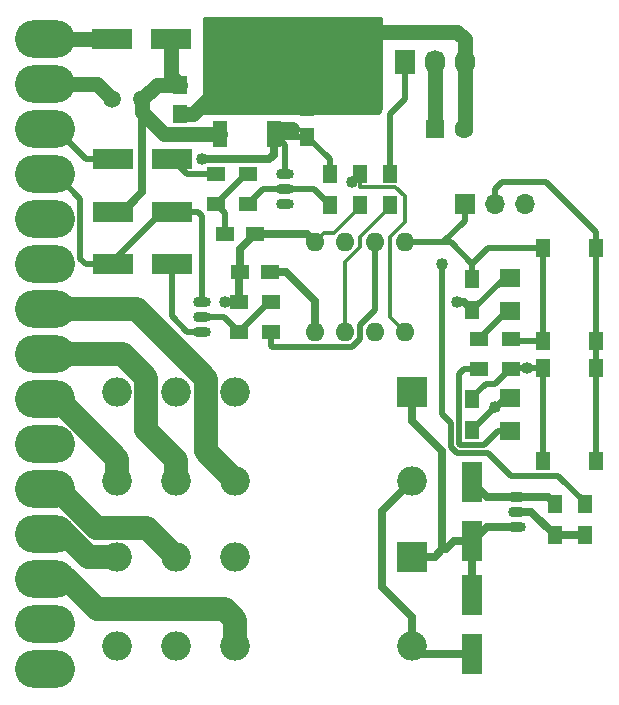
<source format=gbr>
G04 #@! TF.GenerationSoftware,KiCad,Pcbnew,(5.99.0-218-g4a79b08ca)*
G04 #@! TF.CreationDate,2019-10-24T17:32:44-07:00*
G04 #@! TF.ProjectId,RCSMCtrl,5243534d-4374-4726-9c2e-6b696361645f,NC*
G04 #@! TF.SameCoordinates,Original*
G04 #@! TF.FileFunction,Copper,L1,Top*
G04 #@! TF.FilePolarity,Positive*
%FSLAX46Y46*%
G04 Gerber Fmt 4.6, Leading zero omitted, Abs format (unit mm)*
G04 Created by KiCad (PCBNEW (5.99.0-218-g4a79b08ca)) date 2019-10-24 17:32:44*
%MOMM*%
%LPD*%
G04 APERTURE LIST*
%ADD10R,1.250000X1.500000*%
%ADD11O,1.700000X1.700000*%
%ADD12R,1.700000X1.700000*%
%ADD13C,1.600000*%
%ADD14R,1.600000X1.600000*%
%ADD15R,2.500000X2.500000*%
%ADD16O,2.500000X2.500000*%
%ADD17O,5.080000X3.175000*%
%ADD18R,1.500000X1.250000*%
%ADD19C,1.501140*%
%ADD20R,1.800860X3.500120*%
%ADD21R,3.500120X1.800860*%
%ADD22R,1.800860X1.597660*%
%ADD23O,1.600000X1.600000*%
%ADD24R,1.727200X2.032000*%
%ADD25O,1.727200X2.032000*%
%ADD26O,1.501140X0.899160*%
%ADD27R,1.300000X1.500000*%
%ADD28R,1.500000X1.300000*%
%ADD29R,1.300000X1.550000*%
%ADD30R,2.750000X3.050000*%
%ADD31R,5.800000X6.400000*%
%ADD32R,1.200000X2.200000*%
%ADD33C,1.016000*%
%ADD34C,0.508000*%
%ADD35C,1.270000*%
%ADD36C,0.635000*%
%ADD37C,0.304800*%
%ADD38C,2.032000*%
%ADD39C,0.254000*%
G04 APERTURE END LIST*
D10*
X112395000Y-57765000D03*
X112395000Y-55265000D03*
D11*
X141605000Y-65405000D03*
X139065000Y-65405000D03*
D12*
X136525000Y-65405000D03*
D13*
X136485000Y-59055000D03*
D14*
X133985000Y-59055000D03*
D15*
X132080000Y-81280000D03*
D16*
X117080000Y-81280000D03*
X112080000Y-81280000D03*
X107080000Y-81280000D03*
X107080000Y-88780000D03*
X112080000Y-88780000D03*
X117080000Y-88780000D03*
X132080000Y-88780000D03*
D17*
X100965000Y-51435000D03*
X100965000Y-55245000D03*
X100965000Y-59055000D03*
X100965000Y-62865000D03*
X100965000Y-66675000D03*
X100965000Y-70485000D03*
X100965000Y-74295000D03*
X100965000Y-78105000D03*
X100965000Y-81915000D03*
X100965000Y-85725000D03*
X100965000Y-89535000D03*
X100965000Y-93345000D03*
X100965000Y-97155000D03*
X100965000Y-100965000D03*
X100965000Y-104775000D03*
D18*
X116225000Y-67945000D03*
X118725000Y-67945000D03*
D19*
X106680000Y-56515000D03*
X109220000Y-56515000D03*
D10*
X123190000Y-59670000D03*
X123190000Y-57170000D03*
D18*
X119995000Y-71120000D03*
X117495000Y-71120000D03*
D20*
X137160000Y-103464360D03*
X137160000Y-98465640D03*
X137160000Y-93939360D03*
X137160000Y-88940640D03*
D21*
X106720640Y-61595000D03*
X111719360Y-61595000D03*
X111678720Y-51435000D03*
X106680000Y-51435000D03*
D22*
X140335000Y-71605140D03*
X140335000Y-74444860D03*
X140335000Y-81765140D03*
X140335000Y-84604860D03*
D21*
X106720640Y-66040000D03*
X111719360Y-66040000D03*
X106720640Y-70485000D03*
X111719360Y-70485000D03*
D23*
X123825000Y-76200000D03*
X126365000Y-76200000D03*
X128905000Y-76200000D03*
X131445000Y-76200000D03*
X131445000Y-68580000D03*
X128905000Y-68580000D03*
X126365000Y-68580000D03*
X123825000Y-68580000D03*
D24*
X131445000Y-53340000D03*
D25*
X133985000Y-53340000D03*
X136525000Y-53340000D03*
D26*
X140970000Y-91440000D03*
X140970000Y-92710000D03*
X140970000Y-90170000D03*
X121285000Y-64135000D03*
X121285000Y-65405000D03*
X121285000Y-62865000D03*
X114300000Y-74930000D03*
X114300000Y-73660000D03*
X114300000Y-76200000D03*
D27*
X144145000Y-93425000D03*
X144145000Y-90725000D03*
D28*
X118190000Y-62865000D03*
X115490000Y-62865000D03*
D27*
X146685000Y-90725000D03*
X146685000Y-93425000D03*
D28*
X118190000Y-65405000D03*
X115490000Y-65405000D03*
D27*
X125095000Y-62785000D03*
X125095000Y-65485000D03*
X127635000Y-65485000D03*
X127635000Y-62785000D03*
X137160000Y-74375000D03*
X137160000Y-71675000D03*
D28*
X137715000Y-76835000D03*
X140415000Y-76835000D03*
D27*
X137160000Y-84535000D03*
X137160000Y-81835000D03*
D28*
X137715000Y-79375000D03*
X140415000Y-79375000D03*
D27*
X130175000Y-62785000D03*
X130175000Y-65485000D03*
D28*
X120095000Y-73660000D03*
X117395000Y-73660000D03*
X120095000Y-76200000D03*
X117395000Y-76200000D03*
D29*
X147665000Y-77000000D03*
X143165000Y-77000000D03*
X143165000Y-69050000D03*
X147665000Y-69050000D03*
X147665000Y-87160000D03*
X143165000Y-87160000D03*
X143165000Y-79210000D03*
X147665000Y-79210000D03*
D16*
X132080000Y-102750000D03*
X117080000Y-102750000D03*
X112080000Y-102750000D03*
X107080000Y-102750000D03*
X107080000Y-95250000D03*
X112080000Y-95250000D03*
X117080000Y-95250000D03*
D15*
X132080000Y-95250000D03*
D30*
X119635000Y-54820000D03*
X116585000Y-51470000D03*
X116585000Y-54820000D03*
X119635000Y-51470000D03*
D31*
X118110000Y-53145000D03*
D32*
X120390000Y-59445000D03*
X115830000Y-59445000D03*
D33*
X124460000Y-55880000D03*
X124460000Y-54610000D03*
X126365000Y-54610000D03*
X126365000Y-52705000D03*
X124460000Y-52705000D03*
X122555000Y-52705000D03*
X122769000Y-54396000D03*
X121920000Y-56515000D03*
X125730000Y-57150000D03*
X128270000Y-57150000D03*
X128905000Y-55245000D03*
X128905000Y-53340000D03*
X128905000Y-50800000D03*
X127000000Y-50800000D03*
X124460000Y-50800000D03*
X122555000Y-50800000D03*
X116840000Y-50165000D03*
X119380000Y-50165000D03*
X118110000Y-50165000D03*
X116107500Y-55147500D03*
X117475000Y-54610000D03*
X118745000Y-54610000D03*
X120015000Y-54610000D03*
X119575000Y-53145000D03*
X118330000Y-52925000D03*
X116840000Y-52705000D03*
X115570000Y-52705000D03*
X119600000Y-51655000D03*
X118110000Y-51435000D03*
X116840000Y-51435000D03*
X115570000Y-51435000D03*
X120650000Y-50800000D03*
X115570000Y-50165000D03*
X114300000Y-61595000D03*
X141770000Y-79210000D03*
X139105000Y-82590000D03*
X135890000Y-73660000D03*
X121920000Y-59055000D03*
X116205000Y-73660000D03*
X127000000Y-63500000D03*
X134620000Y-70485000D03*
X117475000Y-57150000D03*
D34*
X122769000Y-54396000D02*
X121518000Y-53145000D01*
D35*
X128905000Y-50800000D02*
X127000000Y-50800000D01*
X127000000Y-50800000D02*
X124460000Y-50800000D01*
X124460000Y-50800000D02*
X122555000Y-50800000D01*
X122555000Y-50800000D02*
X120650000Y-50800000D01*
X116107500Y-55147500D02*
X118110000Y-53145000D01*
X117475000Y-54610000D02*
X117475000Y-53780000D01*
D34*
X119575000Y-53145000D02*
X118110000Y-53145000D01*
D35*
X118330000Y-52925000D02*
X118110000Y-53145000D01*
X119600000Y-51655000D02*
X118330000Y-52925000D01*
X120650000Y-50800000D02*
X120455000Y-50800000D01*
D36*
X114300000Y-61595000D02*
X119975000Y-61595000D01*
X119975000Y-61595000D02*
X120390000Y-61180000D01*
X120390000Y-61180000D02*
X120390000Y-59445000D01*
D34*
X143165000Y-69050000D02*
X138527000Y-69050000D01*
X138527000Y-69050000D02*
X137160000Y-70417000D01*
X137160000Y-70417000D02*
X137160000Y-71675000D01*
X139929860Y-81765140D02*
X139105000Y-82590000D01*
X139105000Y-82590000D02*
X137160000Y-84535000D01*
D36*
X135890000Y-73660000D02*
X136445000Y-73660000D01*
X136445000Y-73660000D02*
X137160000Y-74375000D01*
D35*
X121920000Y-59055000D02*
X120780000Y-59055000D01*
X120780000Y-59055000D02*
X120390000Y-59445000D01*
D36*
X116205000Y-73660000D02*
X117395000Y-73660000D01*
D37*
X127000000Y-63500000D02*
X127000000Y-63420000D01*
X127000000Y-63420000D02*
X127635000Y-62785000D01*
X127635000Y-65485000D02*
X127635000Y-65585000D01*
X127635000Y-65585000D02*
X125439999Y-67780001D01*
X125439999Y-67780001D02*
X124624999Y-67780001D01*
X124624999Y-67780001D02*
X123825000Y-68580000D01*
X131445000Y-66874446D02*
X131445000Y-64720678D01*
X131445000Y-64720678D02*
X130611723Y-63887401D01*
X127635000Y-63839800D02*
X127635000Y-62785000D01*
X130611723Y-63887401D02*
X127682601Y-63887401D01*
X127682601Y-63887401D02*
X127635000Y-63839800D01*
X130175000Y-74930000D02*
X130175000Y-68144446D01*
X130175000Y-68144446D02*
X131445000Y-66874446D01*
X131445000Y-76200000D02*
X130175000Y-74930000D01*
X127635000Y-69015554D02*
X127635000Y-68125000D01*
X127635000Y-68125000D02*
X130175000Y-65585000D01*
X130175000Y-65585000D02*
X130175000Y-65485000D01*
X126365000Y-76200000D02*
X126365000Y-70285554D01*
X126365000Y-70285554D02*
X127635000Y-69015554D01*
D34*
X135347988Y-83912988D02*
X134620000Y-83185000D01*
X134620000Y-83185000D02*
X134620000Y-70485000D01*
X135347988Y-85725000D02*
X135347988Y-83912988D01*
D36*
X132080000Y-81280000D02*
X132080000Y-83764561D01*
D34*
X139307342Y-84604860D02*
X138173201Y-85739001D01*
D36*
X132080000Y-83764561D02*
X134620000Y-86304561D01*
D34*
X136055999Y-79776001D02*
X136457000Y-79375000D01*
X138173201Y-85739001D02*
X136146799Y-85739001D01*
X136146799Y-85739001D02*
X136055999Y-85648201D01*
D36*
X134620000Y-86304561D02*
X134620000Y-94595000D01*
D34*
X140459001Y-88389001D02*
X138517012Y-86447012D01*
X136055999Y-85648201D02*
X136055999Y-79776001D01*
X140335000Y-84604860D02*
X139307342Y-84604860D01*
X136457000Y-79375000D02*
X137715000Y-79375000D01*
X138517012Y-86447012D02*
X135853531Y-86447011D01*
X135347988Y-85941468D02*
X135347988Y-85725000D01*
X135853531Y-86447011D02*
X135347988Y-85941468D01*
X146685000Y-90725000D02*
X146685000Y-90625000D01*
X146685000Y-90625000D02*
X144449001Y-88389001D01*
X144449001Y-88389001D02*
X140459001Y-88389001D01*
X139700000Y-63500000D02*
X143398000Y-63500000D01*
X147665000Y-67767000D02*
X147665000Y-69050000D01*
X143398000Y-63500000D02*
X147665000Y-67767000D01*
X139065000Y-64135000D02*
X139700000Y-63500000D01*
X139065000Y-65405000D02*
X139065000Y-64135000D01*
X137160000Y-70417000D02*
X135323000Y-68580000D01*
X135323000Y-68580000D02*
X134708000Y-68580000D01*
X131445000Y-68580000D02*
X134708000Y-68580000D01*
X134708000Y-68580000D02*
X136525000Y-66763000D01*
X136525000Y-66763000D02*
X136525000Y-65405000D01*
D35*
X136525000Y-53340000D02*
X136525000Y-51435000D01*
X136525000Y-51435000D02*
X135890000Y-50800000D01*
X135890000Y-50800000D02*
X128905000Y-50800000D01*
X120455000Y-50800000D02*
X119600000Y-51655000D01*
X136525000Y-53340000D02*
X136525000Y-59015000D01*
X136525000Y-59015000D02*
X136485000Y-59055000D01*
X133985000Y-53340000D02*
X133985000Y-59055000D01*
D36*
X118725000Y-67945000D02*
X123190000Y-67945000D01*
X123190000Y-67945000D02*
X123825000Y-68580000D01*
X123825000Y-76200000D02*
X123825000Y-73565000D01*
X123825000Y-73565000D02*
X121380000Y-71120000D01*
X121380000Y-71120000D02*
X119995000Y-71120000D01*
X117495000Y-71120000D02*
X117495000Y-69175000D01*
X117495000Y-69175000D02*
X118725000Y-67945000D01*
X117395000Y-73660000D02*
X117395000Y-71220000D01*
X117395000Y-71220000D02*
X117495000Y-71120000D01*
D35*
X109220000Y-57576466D02*
X109220000Y-56515000D01*
D36*
X106720640Y-66040000D02*
X107570270Y-66040000D01*
X107570270Y-66040000D02*
X109220000Y-64390270D01*
X109220000Y-64390270D02*
X109220000Y-57576466D01*
D35*
X117475000Y-57150000D02*
X117475000Y-54610000D01*
X117475000Y-53780000D02*
X118110000Y-53145000D01*
X112395000Y-57765000D02*
X113490000Y-57765000D01*
X113490000Y-57765000D02*
X116107500Y-55147500D01*
X115830000Y-59445000D02*
X111088534Y-59445000D01*
X111088534Y-59445000D02*
X109220000Y-57576466D01*
X100965000Y-55245000D02*
X105410000Y-55245000D01*
X105410000Y-55245000D02*
X106680000Y-56515000D01*
X112395000Y-55265000D02*
X110470000Y-55265000D01*
X110470000Y-55265000D02*
X109220000Y-56515000D01*
X111678720Y-51435000D02*
X111678720Y-54548720D01*
X111678720Y-54548720D02*
X112395000Y-55265000D01*
D34*
X121285000Y-62865000D02*
X121285000Y-60340000D01*
X121285000Y-60340000D02*
X120390000Y-59445000D01*
X125095000Y-62785000D02*
X125095000Y-61575000D01*
X125095000Y-61575000D02*
X123190000Y-59670000D01*
X106720640Y-61595000D02*
X104462580Y-61595000D01*
X104462580Y-61595000D02*
X101922580Y-59055000D01*
X101922580Y-59055000D02*
X100965000Y-59055000D01*
X115490000Y-62865000D02*
X112989360Y-62865000D01*
X112989360Y-62865000D02*
X111719360Y-61595000D01*
X116225000Y-67945000D02*
X116225000Y-66140000D01*
X116225000Y-66140000D02*
X115490000Y-65405000D01*
X118190000Y-62865000D02*
X118030000Y-62865000D01*
X118030000Y-62865000D02*
X115490000Y-65405000D01*
X121285000Y-64135000D02*
X119460000Y-64135000D01*
X119460000Y-64135000D02*
X118190000Y-65405000D01*
X125095000Y-65485000D02*
X123745000Y-64135000D01*
X123745000Y-64135000D02*
X121285000Y-64135000D01*
X123190000Y-57170000D02*
X123190000Y-54817000D01*
X121518000Y-53145000D02*
X119575000Y-53145000D01*
X123190000Y-54817000D02*
X122769000Y-54396000D01*
X123190000Y-59670000D02*
X120615000Y-59670000D01*
X120615000Y-59670000D02*
X120390000Y-59445000D01*
X131445000Y-56515000D02*
X130175000Y-57785000D01*
X130175000Y-57785000D02*
X130175000Y-62785000D01*
X131445000Y-53340000D02*
X131445000Y-56515000D01*
X140415000Y-79375000D02*
X140315000Y-79375000D01*
X140315000Y-79375000D02*
X139113000Y-80577000D01*
X139113000Y-80577000D02*
X138318000Y-80577000D01*
X138318000Y-80577000D02*
X137160000Y-81735000D01*
X137160000Y-81735000D02*
X137160000Y-81835000D01*
X140335000Y-81765140D02*
X139929860Y-81765140D01*
X143165000Y-79210000D02*
X140580000Y-79210000D01*
X140580000Y-79210000D02*
X140415000Y-79375000D01*
X143165000Y-79210000D02*
X143165000Y-80493000D01*
X143165000Y-80493000D02*
X143165000Y-87160000D01*
X143165000Y-69050000D02*
X143165000Y-70333000D01*
X143165000Y-70333000D02*
X143165000Y-77000000D01*
X140335000Y-71605140D02*
X139929860Y-71605140D01*
X139929860Y-71605140D02*
X137160000Y-74375000D01*
X140335000Y-74444860D02*
X140105140Y-74444860D01*
X140105140Y-74444860D02*
X137715000Y-76835000D01*
X143165000Y-77000000D02*
X140580000Y-77000000D01*
X140580000Y-77000000D02*
X140415000Y-76835000D01*
X147665000Y-77000000D02*
X147665000Y-75717000D01*
X147665000Y-75717000D02*
X147665000Y-69050000D01*
X147665000Y-79210000D02*
X147665000Y-77000000D01*
X147665000Y-87160000D02*
X147665000Y-85877000D01*
X147665000Y-85877000D02*
X147665000Y-79210000D01*
X128905000Y-74344078D02*
X127619001Y-75630077D01*
X128905000Y-68580000D02*
X128905000Y-74344078D01*
X127619001Y-75630077D02*
X127619001Y-76801921D01*
X127619001Y-76801921D02*
X126966921Y-77454001D01*
X126966921Y-77454001D02*
X120191001Y-77454001D01*
X120191001Y-77454001D02*
X120095000Y-77358000D01*
X120095000Y-77358000D02*
X120095000Y-76200000D01*
X100965000Y-62865000D02*
X101917500Y-62865000D01*
X101917500Y-62865000D02*
X103959010Y-64906510D01*
X103959010Y-64906510D02*
X103959010Y-69981430D01*
X103959010Y-69981430D02*
X104462580Y-70485000D01*
X104462580Y-70485000D02*
X106720640Y-70485000D01*
X114300000Y-73660000D02*
X114300000Y-66362580D01*
X114300000Y-66362580D02*
X113977420Y-66040000D01*
X113977420Y-66040000D02*
X111719360Y-66040000D01*
X111719360Y-70485000D02*
X111719360Y-74877930D01*
X113041430Y-76200000D02*
X114300000Y-76200000D01*
X111719360Y-74877930D02*
X113041430Y-76200000D01*
X111719360Y-66040000D02*
X110869730Y-66040000D01*
X106720640Y-70189090D02*
X106720640Y-70485000D01*
X110869730Y-66040000D02*
X106720640Y-70189090D01*
X117395000Y-76200000D02*
X116125000Y-74930000D01*
X116125000Y-74930000D02*
X114300000Y-74930000D01*
X120095000Y-73660000D02*
X119935000Y-73660000D01*
X119935000Y-73660000D02*
X117395000Y-76200000D01*
D36*
X137160000Y-93939360D02*
X135624570Y-93939360D01*
X134968930Y-94595000D02*
X134620000Y-94595000D01*
X135624570Y-93939360D02*
X134968930Y-94595000D01*
X140970000Y-92710000D02*
X138389360Y-92710000D01*
X138389360Y-92710000D02*
X137160000Y-93939360D01*
X144145000Y-93425000D02*
X142160000Y-91440000D01*
X142160000Y-91440000D02*
X140970000Y-91440000D01*
X146685000Y-93425000D02*
X144145000Y-93425000D01*
X144145000Y-90725000D02*
X143590000Y-90170000D01*
X143590000Y-90170000D02*
X140970000Y-90170000D01*
X134620000Y-94595000D02*
X133965000Y-95250000D01*
X133965000Y-95250000D02*
X132080000Y-95250000D01*
X140970000Y-90170000D02*
X138389360Y-90170000D01*
X138389360Y-90170000D02*
X137160000Y-88940640D01*
X129540000Y-97790000D02*
X129540000Y-91320000D01*
X129540000Y-91320000D02*
X132080000Y-88780000D01*
X132080000Y-100330000D02*
X129540000Y-97790000D01*
X132080000Y-102750000D02*
X132080000Y-100330000D01*
X137160000Y-98465640D02*
X137160000Y-93939360D01*
X137160000Y-103464360D02*
X132794360Y-103464360D01*
X132794360Y-103464360D02*
X132080000Y-102750000D01*
D38*
X117080000Y-88780000D02*
X114613999Y-86313999D01*
X114613999Y-86313999D02*
X114613999Y-80164317D01*
X105537000Y-74295000D02*
X100965000Y-74295000D01*
X114613999Y-80164317D02*
X108744682Y-74295000D01*
X108744682Y-74295000D02*
X105537000Y-74295000D01*
X112080000Y-88780000D02*
X112080000Y-87012234D01*
X112080000Y-87012234D02*
X109546001Y-84478235D01*
X109546001Y-84478235D02*
X109546001Y-80096319D01*
X109546001Y-80096319D02*
X107554682Y-78105000D01*
X107554682Y-78105000D02*
X105537000Y-78105000D01*
X105537000Y-78105000D02*
X100965000Y-78105000D01*
X107080000Y-88780000D02*
X107080000Y-86922739D01*
X107080000Y-86922739D02*
X102072261Y-81915000D01*
X102072261Y-81915000D02*
X100965000Y-81915000D01*
X105312234Y-95250000D02*
X107080000Y-95250000D01*
X105321260Y-92783999D02*
X102072261Y-89535000D01*
X100965000Y-93345000D02*
X102725721Y-93345000D01*
X104630721Y-95250000D02*
X105312234Y-95250000D01*
X102725721Y-93345000D02*
X104630721Y-95250000D01*
X112080000Y-95250000D02*
X109613999Y-92783999D01*
X109613999Y-92783999D02*
X105321260Y-92783999D01*
X102072261Y-89535000D02*
X100965000Y-89535000D01*
X100965000Y-97155000D02*
X102870000Y-97155000D01*
X102870000Y-97155000D02*
X105410000Y-99695000D01*
X116205000Y-99695000D02*
X117080000Y-100570000D01*
X117080000Y-100570000D02*
X117080000Y-102750000D01*
X105410000Y-99695000D02*
X116205000Y-99695000D01*
D35*
X100965000Y-51435000D02*
X106680000Y-51435000D01*
D39*
G36*
X129414000Y-57316273D02*
G01*
X129409797Y-57325224D01*
X129388095Y-57354182D01*
X129355976Y-57439862D01*
X129316912Y-57523064D01*
X129311694Y-57557984D01*
X129298808Y-57592357D01*
X129293855Y-57659000D01*
X114426000Y-57659000D01*
X114426000Y-49656000D01*
X129414000Y-49656000D01*
X129414000Y-57316273D01*
X129414000Y-57316273D01*
G37*
X129414000Y-57316273D02*
X129409797Y-57325224D01*
X129388095Y-57354182D01*
X129355976Y-57439862D01*
X129316912Y-57523064D01*
X129311694Y-57557984D01*
X129298808Y-57592357D01*
X129293855Y-57659000D01*
X114426000Y-57659000D01*
X114426000Y-49656000D01*
X129414000Y-49656000D01*
X129414000Y-57316273D01*
M02*

</source>
